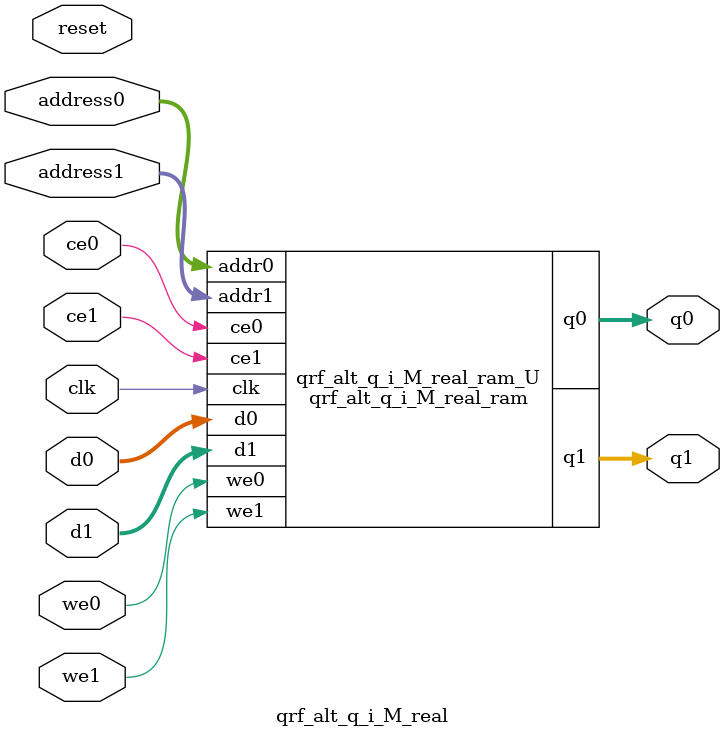
<source format=v>
`timescale 1 ns / 1 ps
module qrf_alt_q_i_M_real_ram (addr0, ce0, d0, we0, q0, addr1, ce1, d1, we1, q1,  clk);

parameter DWIDTH = 32;
parameter AWIDTH = 4;
parameter MEM_SIZE = 16;

input[AWIDTH-1:0] addr0;
input ce0;
input[DWIDTH-1:0] d0;
input we0;
output reg[DWIDTH-1:0] q0;
input[AWIDTH-1:0] addr1;
input ce1;
input[DWIDTH-1:0] d1;
input we1;
output reg[DWIDTH-1:0] q1;
input clk;

(* ram_style = "block" *)reg [DWIDTH-1:0] ram[0:MEM_SIZE-1];




always @(posedge clk)  
begin 
    if (ce0) 
    begin
        if (we0) 
        begin 
            ram[addr0] <= d0; 
        end 
        q0 <= ram[addr0];
    end
end


always @(posedge clk)  
begin 
    if (ce1) 
    begin
        if (we1) 
        begin 
            ram[addr1] <= d1; 
        end 
        q1 <= ram[addr1];
    end
end


endmodule

`timescale 1 ns / 1 ps
module qrf_alt_q_i_M_real(
    reset,
    clk,
    address0,
    ce0,
    we0,
    d0,
    q0,
    address1,
    ce1,
    we1,
    d1,
    q1);

parameter DataWidth = 32'd32;
parameter AddressRange = 32'd16;
parameter AddressWidth = 32'd4;
input reset;
input clk;
input[AddressWidth - 1:0] address0;
input ce0;
input we0;
input[DataWidth - 1:0] d0;
output[DataWidth - 1:0] q0;
input[AddressWidth - 1:0] address1;
input ce1;
input we1;
input[DataWidth - 1:0] d1;
output[DataWidth - 1:0] q1;



qrf_alt_q_i_M_real_ram qrf_alt_q_i_M_real_ram_U(
    .clk( clk ),
    .addr0( address0 ),
    .ce0( ce0 ),
    .we0( we0 ),
    .d0( d0 ),
    .q0( q0 ),
    .addr1( address1 ),
    .ce1( ce1 ),
    .we1( we1 ),
    .d1( d1 ),
    .q1( q1 ));

endmodule


</source>
